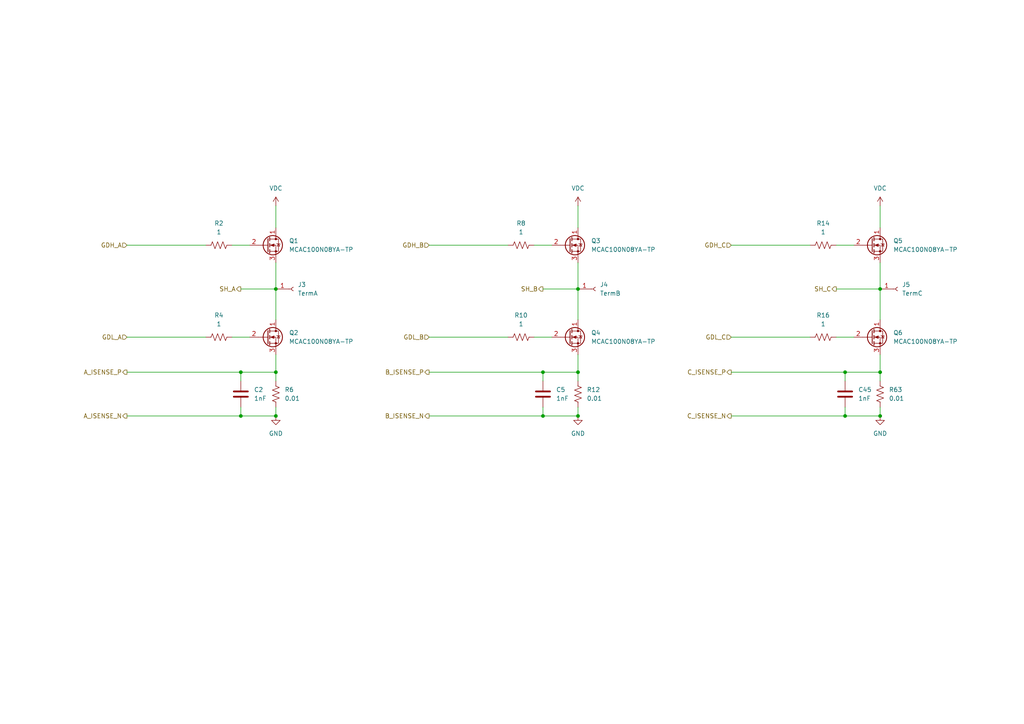
<source format=kicad_sch>
(kicad_sch (version 20230121) (generator eeschema)
  (paper "A4")
  (lib_symbols
    (symbol "Connector:Conn_01x01_Female" (pin_names (offset 1.016) hide)
      (property "Reference" "J" (at 0 2.54 0))
      (property "Value" "Conn_01x01_Female" (at 0 -2.54 0))
      (symbol "Conn_01x01_Female_1_1"
        (polyline (pts (xy -1.27 0) (xy -0.508 0)) (stroke (width 0.1524)))
        (arc (start 0 0.508) (mid -0.5058 0) (end 0 -0.508) (stroke (width 0.1524)))
        (pin passive line (at -5.08 0 0) (length 3.81) (name "Pin_1") (number "1"))
      )
    )
    (symbol "Device:C" (pin_numbers hide) (pin_names (offset 0.254))
      (property "Reference" "C" (at 0.635 2.54 0))
      (property "Value" "C" (at 0.635 -2.54 0))
      (symbol "C_0_1"
        (polyline (pts (xy -2.032 -0.762) (xy 2.032 -0.762)) (stroke (width 0.508)))
        (polyline (pts (xy -2.032 0.762) (xy 2.032 0.762)) (stroke (width 0.508)))
      )
      (symbol "C_1_1"
        (pin passive line (at 0 3.81 270) (length 2.794) (name "~") (number "1"))
        (pin passive line (at 0 -3.81 90) (length 2.794) (name "~") (number "2"))
      )
    )
    (symbol "Device:R_US" (pin_numbers hide) (pin_names (offset 0))
      (property "Reference" "R" (at 2.54 0 90))
      (property "Value" "R_US" (at -2.54 0 90))
      (symbol "R_US_0_1"
        (polyline (pts (xy 0 -2.286) (xy 0 -2.54)))
        (polyline (pts (xy 0 2.286) (xy 0 2.54)))
        (polyline (pts (xy 0 -0.762) (xy 1.016 -1.143) (xy 0 -1.524) (xy -1.016 -1.905) (xy 0 -2.286)))
        (polyline (pts (xy 0 0.762) (xy 1.016 0.381) (xy 0 0) (xy -1.016 -0.381) (xy 0 -0.762)))
        (polyline (pts (xy 0 2.286) (xy 1.016 1.905) (xy 0 1.524) (xy -1.016 1.143) (xy 0 0.762)))
      )
      (symbol "R_US_1_1"
        (pin passive line (at 0 3.81 270) (length 1.27) (name "~") (number "1"))
        (pin passive line (at 0 -3.81 90) (length 1.27) (name "~") (number "2"))
      )
    )
    (symbol "Project Mosfets:MCAC80N10Y" (pin_names (offset 0) hide)
      (property "Reference" "Q" (at 5.08 1.27 0))
      (property "Value" "MCAC80N10Y" (at 5.08 -1.27 0))
      (symbol "MCAC80N10Y_0_1"
        (polyline (pts (xy 0.254 0) (xy -2.54 0)))
        (polyline (pts (xy 0.254 1.905) (xy 0.254 -1.905)) (stroke (width 0.254)))
        (polyline (pts (xy 0.762 -1.27) (xy 0.762 -2.286)) (stroke (width 0.254)))
        (polyline (pts (xy 0.762 0.508) (xy 0.762 -0.508)) (stroke (width 0.254)))
        (polyline (pts (xy 0.762 2.286) (xy 0.762 1.27)) (stroke (width 0.254)))
        (polyline (pts (xy 2.54 2.54) (xy 2.54 1.778)))
        (polyline (pts (xy 2.54 -2.54) (xy 2.54 0) (xy 0.762 0)))
        (polyline (pts (xy 0.762 -1.778) (xy 3.302 -1.778) (xy 3.302 1.778) (xy 0.762 1.778)))
        (polyline (pts (xy 1.016 0) (xy 2.032 0.381) (xy 2.032 -0.381) (xy 1.016 0)) (fill (type outline)))
        (polyline (pts (xy 2.794 0.508) (xy 2.921 0.381) (xy 3.683 0.381) (xy 3.81 0.254)))
        (polyline (pts (xy 3.302 0.381) (xy 2.921 -0.254) (xy 3.683 -0.254) (xy 3.302 0.381)))
        (circle (center 1.651 0) (radius 2.794) (stroke (width 0.254)))
        (circle (center 2.54 -1.778) (radius 0.254) (fill (type outline)))
        (circle (center 2.54 1.778) (radius 0.254) (fill (type outline)))
      )
      (symbol "MCAC80N10Y_1_1"
        (pin passive line (at 2.54 5.08 270) (length 2.54) (name "D") (number "1"))
        (pin input line (at -5.08 0 0) (length 2.54) (name "G") (number "2"))
        (pin passive line (at 2.54 -5.08 90) (length 2.54) (name "S") (number "3"))
      )
    )
    (symbol "power:GND" (power) (pin_names (offset 0))
      (property "Value" "GND" (at 0 -3.81 0))
      (symbol "GND_0_1"
        (polyline (pts (xy 0 0) (xy 0 -1.27) (xy 1.27 -1.27) (xy 0 -2.54) (xy -1.27 -1.27) (xy 0 -1.27)))
      )
      (symbol "GND_1_1"
        (pin power_in line (at 0 0 270) (length 0) hide (name "GND") (number "1"))
      )
    )
    (symbol "power:VDC" (power) (pin_names (offset 0))
      (property "Value" "VDC" (at 0 6.35 0))
      (symbol "VDC_0_1"
        (polyline (pts (xy -0.762 1.27) (xy 0 2.54)))
        (polyline (pts (xy 0 0) (xy 0 2.54)))
        (polyline (pts (xy 0 2.54) (xy 0.762 1.27)))
      )
      (symbol "VDC_1_1"
        (pin power_in line (at 0 0 90) (length 0) hide (name "VDC") (number "1"))
      )
    )
  )
  (junction (at 80.01 120.65))
  (junction (at 255.27 120.65))
  (junction (at 80.01 83.82))
  (junction (at 80.01 107.95))
  (junction (at 255.27 83.82))
  (junction (at 157.48 120.65))
  (junction (at 255.27 107.95))
  (junction (at 69.85 120.65))
  (junction (at 245.11 107.95))
  (junction (at 167.64 107.95))
  (junction (at 245.11 120.65))
  (junction (at 167.64 120.65))
  (junction (at 167.64 83.82))
  (junction (at 157.48 107.95))
  (junction (at 69.85 107.95))
  (wire (pts (xy 124.46 120.65) (xy 157.48 120.65)))
  (wire (pts (xy 255.27 107.95) (xy 255.27 102.87)))
  (wire (pts (xy 212.09 71.12) (xy 234.95 71.12)))
  (wire (pts (xy 255.27 59.69) (xy 255.27 66.04)))
  (wire (pts (xy 167.64 118.11) (xy 167.64 120.65)))
  (wire (pts (xy 167.64 76.2) (xy 167.64 83.82)))
  (wire (pts (xy 124.46 71.12) (xy 147.32 71.12)))
  (wire (pts (xy 167.64 83.82) (xy 167.64 92.71)))
  (wire (pts (xy 212.09 107.95) (xy 245.11 107.95)))
  (wire (pts (xy 157.48 118.11) (xy 157.48 120.65)))
  (wire (pts (xy 67.31 97.79) (xy 72.39 97.79)))
  (wire (pts (xy 36.83 97.79) (xy 59.69 97.79)))
  (wire (pts (xy 157.48 107.95) (xy 167.64 107.95)))
  (wire (pts (xy 167.64 107.95) (xy 167.64 102.87)))
  (wire (pts (xy 80.01 76.2) (xy 80.01 83.82)))
  (wire (pts (xy 80.01 107.95) (xy 80.01 102.87)))
  (wire (pts (xy 245.11 107.95) (xy 245.11 110.49)))
  (wire (pts (xy 80.01 107.95) (xy 80.01 110.49)))
  (wire (pts (xy 67.31 71.12) (xy 72.39 71.12)))
  (wire (pts (xy 80.01 118.11) (xy 80.01 120.65)))
  (wire (pts (xy 69.85 83.82) (xy 80.01 83.82)))
  (wire (pts (xy 167.64 59.69) (xy 167.64 66.04)))
  (wire (pts (xy 36.83 107.95) (xy 69.85 107.95)))
  (wire (pts (xy 167.64 107.95) (xy 167.64 110.49)))
  (wire (pts (xy 124.46 97.79) (xy 147.32 97.79)))
  (wire (pts (xy 245.11 107.95) (xy 255.27 107.95)))
  (wire (pts (xy 212.09 120.65) (xy 245.11 120.65)))
  (wire (pts (xy 124.46 107.95) (xy 157.48 107.95)))
  (wire (pts (xy 242.57 97.79) (xy 247.65 97.79)))
  (wire (pts (xy 80.01 83.82) (xy 80.01 92.71)))
  (wire (pts (xy 157.48 120.65) (xy 167.64 120.65)))
  (wire (pts (xy 69.85 107.95) (xy 69.85 110.49)))
  (wire (pts (xy 212.09 97.79) (xy 234.95 97.79)))
  (wire (pts (xy 242.57 71.12) (xy 247.65 71.12)))
  (wire (pts (xy 245.11 120.65) (xy 255.27 120.65)))
  (wire (pts (xy 36.83 71.12) (xy 59.69 71.12)))
  (wire (pts (xy 255.27 118.11) (xy 255.27 120.65)))
  (wire (pts (xy 69.85 107.95) (xy 80.01 107.95)))
  (wire (pts (xy 157.48 83.82) (xy 167.64 83.82)))
  (wire (pts (xy 255.27 76.2) (xy 255.27 83.82)))
  (wire (pts (xy 255.27 107.95) (xy 255.27 110.49)))
  (wire (pts (xy 80.01 59.69) (xy 80.01 66.04)))
  (wire (pts (xy 154.94 97.79) (xy 160.02 97.79)))
  (wire (pts (xy 242.57 83.82) (xy 255.27 83.82)))
  (wire (pts (xy 36.83 120.65) (xy 69.85 120.65)))
  (wire (pts (xy 69.85 120.65) (xy 80.01 120.65)))
  (wire (pts (xy 69.85 118.11) (xy 69.85 120.65)))
  (wire (pts (xy 255.27 83.82) (xy 255.27 92.71)))
  (wire (pts (xy 154.94 71.12) (xy 160.02 71.12)))
  (wire (pts (xy 157.48 107.95) (xy 157.48 110.49)))
  (wire (pts (xy 245.11 118.11) (xy 245.11 120.65)))
  (hierarchical_label "GDH_C" (shape input) (at 212.09 71.12 180))
  (hierarchical_label "GDL_B" (shape input) (at 124.46 97.79 180))
  (hierarchical_label "B_ISENSE_P" (shape output) (at 124.46 107.95 180))
  (hierarchical_label "A_ISENSE_P" (shape output) (at 36.83 107.95 180))
  (hierarchical_label "SH_B" (shape output) (at 157.48 83.82 180))
  (hierarchical_label "GDH_A" (shape input) (at 36.83 71.12 180))
  (hierarchical_label "GDL_A" (shape input) (at 36.83 97.79 180))
  (hierarchical_label "C_ISENSE_N" (shape output) (at 212.09 120.65 180))
  (hierarchical_label "GDL_C" (shape input) (at 212.09 97.79 180))
  (hierarchical_label "C_ISENSE_P" (shape output) (at 212.09 107.95 180))
  (hierarchical_label "SH_C" (shape output) (at 242.57 83.82 180))
  (hierarchical_label "SH_A" (shape output) (at 69.85 83.82 180))
  (hierarchical_label "GDH_B" (shape input) (at 124.46 71.12 180))
  (hierarchical_label "B_ISENSE_N" (shape output) (at 124.46 120.65 180))
  (hierarchical_label "A_ISENSE_N" (shape output) (at 36.83 120.65 180))
  (symbol (lib_id "Device:C") (at 245.11 114.3 0) (unit 1)
    (property "Reference" "C45" (at 248.92 113.0299 0) (effects (justify left)))
    (property "Value" "1nF" (at 248.92 115.5699 0) (effects (justify left)))
    (property "Footprint" "Capacitor_SMD:C_0402_1005Metric" (effects hide))
    (property "LCSC" "C1523" (effects hide))
  )
  (symbol (lib_id "Project Mosfets:MCAC80N10Y") (at 165.1 97.79 0) (unit 1)
    (property "Reference" "Q4" (at 171.45 96.5199 0) (effects (justify left)))
    (property "Value" "MCAC100N08YA-TP" (at 171.45 99.0599 0) (effects (justify left)))
    (property "Footprint" "Project Mosfets:TRANS_BSC076N06NS3-G" (effects hide))
    (property "Datasheet" "https://www.mccsemi.com/pdf/Products/MCAC100N08YA(DFN5060).pdf" (effects hide))
    (property "DigiKey" "353-MCAC100N08YA-TPCT-ND" (effects hide))
  )
  (symbol (lib_id "power:GND") (at 167.64 120.65 0) (unit 1)
    (property "Reference" "#PWR07" (effects hide))
    (property "Value" "GND" (at 167.64 125.73 0))
  )
  (symbol (lib_id "Project Mosfets:MCAC80N10Y") (at 165.1 71.12 0) (unit 1)
    (property "Reference" "Q3" (at 171.45 69.8499 0) (effects (justify left)))
    (property "Value" "MCAC100N08YA-TP" (at 171.45 72.3899 0) (effects (justify left)))
    (property "Footprint" "Project Mosfets:TRANS_BSC076N06NS3-G" (effects hide))
    (property "Datasheet" "https://www.mccsemi.com/pdf/Products/MCAC100N08YA(DFN5060).pdf" (effects hide))
    (property "DigiKey" "353-MCAC100N08YA-TPCT-ND" (effects hide))
  )
  (symbol (lib_id "Device:R_US") (at 63.5 71.12 90) (unit 1)
    (property "Reference" "R2" (at 63.5 64.77 90))
    (property "Value" "1" (at 63.5 67.31 90))
    (property "Footprint" "Resistor_SMD:R_0402_1005Metric" (effects hide))
    (property "LCSC" "C25086" (effects hide))
  )
  (symbol (lib_id "Device:R_US") (at 80.01 114.3 0) (unit 1)
    (property "Reference" "R6" (at 82.55 113.0299 0) (effects (justify left)))
    (property "Value" "0.01" (at 82.55 115.5699 0) (effects (justify left)))
    (property "Footprint" "Resistor_SMD:R_2512_6332Metric" (effects hide))
    (property "DigiKey" "CRA2512-FZ-R010ELFCT-ND" (effects hide))
  )
  (symbol (lib_id "Project Mosfets:MCAC80N10Y") (at 252.73 71.12 0) (unit 1)
    (property "Reference" "Q5" (at 259.08 69.8499 0) (effects (justify left)))
    (property "Value" "MCAC100N08YA-TP" (at 259.08 72.3899 0) (effects (justify left)))
    (property "Footprint" "Project Mosfets:TRANS_BSC076N06NS3-G" (effects hide))
    (property "Datasheet" "https://www.mccsemi.com/pdf/Products/MCAC100N08YA(DFN5060).pdf" (effects hide))
    (property "DigiKey" "353-MCAC100N08YA-TPCT-ND" (effects hide))
  )
  (symbol (lib_id "Project Mosfets:MCAC80N10Y") (at 77.47 71.12 0) (unit 1)
    (property "Reference" "Q1" (at 83.82 69.8499 0) (effects (justify left)))
    (property "Value" "MCAC100N08YA-TP" (at 83.82 72.3899 0) (effects (justify left)))
    (property "Footprint" "Project Mosfets:TRANS_BSC076N06NS3-G" (effects hide))
    (property "Datasheet" "https://www.mccsemi.com/pdf/Products/MCAC100N08YA(DFN5060).pdf" (effects hide))
    (property "DigiKey" "353-MCAC100N08YA-TPCT-ND" (effects hide))
  )
  (symbol (lib_id "power:VDC") (at 80.01 59.69 0) (unit 1)
    (property "Reference" "#PWR02" (effects hide))
    (property "Value" "VDC" (at 80.01 54.61 0))
  )
  (symbol (lib_id "Project Mosfets:MCAC80N10Y") (at 252.73 97.79 0) (unit 1)
    (property "Reference" "Q6" (at 259.08 96.5199 0) (effects (justify left)))
    (property "Value" "MCAC100N08YA-TP" (at 259.08 99.0599 0) (effects (justify left)))
    (property "Footprint" "Project Mosfets:TRANS_BSC076N06NS3-G" (effects hide))
    (property "Datasheet" "https://www.mccsemi.com/pdf/Products/MCAC100N08YA(DFN5060).pdf" (effects hide))
    (property "DigiKey" "353-MCAC100N08YA-TPCT-ND" (effects hide))
  )
  (symbol (lib_id "Connector:Conn_01x01_Female") (at 172.72 83.82 0) (unit 1)
    (property "Reference" "J4" (at 173.99 82.5499 0) (effects (justify left)))
    (property "Value" "TermB" (at 173.99 85.0899 0) (effects (justify left)))
    (property "Footprint" "TestPoint:TestPoint_Pad_2.5x2.5mm" (effects hide))
    (property "DigiKey" "N/A" (effects hide))
  )
  (symbol (lib_id "Device:C") (at 157.48 114.3 0) (unit 1)
    (property "Reference" "C5" (at 161.29 113.0299 0) (effects (justify left)))
    (property "Value" "1nF" (at 161.29 115.5699 0) (effects (justify left)))
    (property "Footprint" "Capacitor_SMD:C_0402_1005Metric" (effects hide))
    (property "LCSC" "C1523" (effects hide))
  )
  (symbol (lib_id "power:GND") (at 255.27 120.65 0) (unit 1)
    (property "Reference" "#PWR097" (effects hide))
    (property "Value" "GND" (at 255.27 125.73 0))
  )
  (symbol (lib_id "Device:R_US") (at 238.76 97.79 90) (unit 1)
    (property "Reference" "R16" (at 238.76 91.44 90))
    (property "Value" "1" (at 238.76 93.98 90))
    (property "Footprint" "Resistor_SMD:R_0402_1005Metric" (effects hide))
    (property "LCSC" "C25086" (effects hide))
  )
  (symbol (lib_id "Project Mosfets:MCAC80N10Y") (at 77.47 97.79 0) (unit 1)
    (property "Reference" "Q2" (at 83.82 96.5199 0) (effects (justify left)))
    (property "Value" "MCAC100N08YA-TP" (at 83.82 99.0599 0) (effects (justify left)))
    (property "Footprint" "Project Mosfets:TRANS_BSC076N06NS3-G" (effects hide))
    (property "Datasheet" "https://www.mccsemi.com/pdf/Products/MCAC100N08YA(DFN5060).pdf" (effects hide))
    (property "DigiKey" "353-MCAC100N08YA-TPCT-ND" (effects hide))
  )
  (symbol (lib_id "Device:R_US") (at 151.13 71.12 90) (unit 1)
    (property "Reference" "R8" (at 151.13 64.77 90))
    (property "Value" "1" (at 151.13 67.31 90))
    (property "Footprint" "Resistor_SMD:R_0402_1005Metric" (effects hide))
    (property "LCSC" "C25086" (effects hide))
  )
  (symbol (lib_id "Device:R_US") (at 151.13 97.79 90) (unit 1)
    (property "Reference" "R10" (at 151.13 91.44 90))
    (property "Value" "1" (at 151.13 93.98 90))
    (property "Footprint" "Resistor_SMD:R_0402_1005Metric" (effects hide))
    (property "LCSC" "C25086" (effects hide))
  )
  (symbol (lib_id "power:GND") (at 80.01 120.65 0) (unit 1)
    (property "Reference" "#PWR03" (effects hide))
    (property "Value" "GND" (at 80.01 125.73 0))
  )
  (symbol (lib_id "Device:C") (at 69.85 114.3 0) (unit 1)
    (property "Reference" "C2" (at 73.66 113.0299 0) (effects (justify left)))
    (property "Value" "1nF" (at 73.66 115.5699 0) (effects (justify left)))
    (property "Footprint" "Capacitor_SMD:C_0402_1005Metric" (effects hide))
    (property "LCSC" "C1523" (effects hide))
  )
  (symbol (lib_id "Connector:Conn_01x01_Female") (at 260.35 83.82 0) (unit 1)
    (property "Reference" "J5" (at 261.62 82.5499 0) (effects (justify left)))
    (property "Value" "TermC" (at 261.62 85.0899 0) (effects (justify left)))
    (property "Footprint" "TestPoint:TestPoint_Pad_2.5x2.5mm" (effects hide))
    (property "DigiKey" "N/A" (effects hide))
  )
  (symbol (lib_id "Device:R_US") (at 255.27 114.3 0) (unit 1)
    (property "Reference" "R63" (at 257.81 113.0299 0) (effects (justify left)))
    (property "Value" "0.01" (at 257.81 115.5699 0) (effects (justify left)))
    (property "Footprint" "Resistor_SMD:R_2512_6332Metric" (effects hide))
    (property "DigiKey" "CRA2512-FZ-R010ELFCT-ND" (effects hide))
  )
  (symbol (lib_id "Device:R_US") (at 167.64 114.3 0) (unit 1)
    (property "Reference" "R12" (at 170.18 113.0299 0) (effects (justify left)))
    (property "Value" "0.01" (at 170.18 115.5699 0) (effects (justify left)))
    (property "Footprint" "Resistor_SMD:R_2512_6332Metric" (effects hide))
    (property "DigiKey" "CRA2512-FZ-R010ELFCT-ND" (effects hide))
  )
  (symbol (lib_id "Device:R_US") (at 238.76 71.12 90) (unit 1)
    (property "Reference" "R14" (at 238.76 64.77 90))
    (property "Value" "1" (at 238.76 67.31 90))
    (property "Footprint" "Resistor_SMD:R_0402_1005Metric" (effects hide))
    (property "LCSC" "C25086" (effects hide))
  )
  (symbol (lib_id "Device:R_US") (at 63.5 97.79 90) (unit 1)
    (property "Reference" "R4" (at 63.5 91.44 90))
    (property "Value" "1" (at 63.5 93.98 90))
    (property "Footprint" "Resistor_SMD:R_0402_1005Metric" (effects hide))
    (property "LCSC" "C25086" (effects hide))
  )
  (symbol (lib_id "power:VDC") (at 167.64 59.69 0) (unit 1)
    (property "Reference" "#PWR06" (effects hide))
    (property "Value" "VDC" (at 167.64 54.61 0))
  )
  (symbol (lib_id "Connector:Conn_01x01_Female") (at 85.09 83.82 0) (unit 1)
    (property "Reference" "J3" (at 86.36 82.5499 0) (effects (justify left)))
    (property "Value" "TermA" (at 86.36 85.0899 0) (effects (justify left)))
    (property "Footprint" "TestPoint:TestPoint_Pad_2.5x2.5mm" (effects hide))
    (property "DigiKey" "N/A" (effects hide))
  )
  (symbol (lib_id "power:VDC") (at 255.27 59.69 0) (unit 1)
    (property "Reference" "#PWR010" (effects hide))
    (property "Value" "VDC" (at 255.27 54.61 0))
  )
)
</source>
